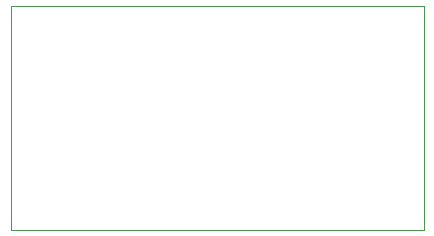
<source format=gm1>
%TF.GenerationSoftware,KiCad,Pcbnew,(5.1.6)-1*%
%TF.CreationDate,2020-09-24T16:39:52+02:00*%
%TF.ProjectId,rainbow-ledbar-CMS,7261696e-626f-4772-9d6c-65646261722d,rev?*%
%TF.SameCoordinates,Original*%
%TF.FileFunction,Profile,NP*%
%FSLAX46Y46*%
G04 Gerber Fmt 4.6, Leading zero omitted, Abs format (unit mm)*
G04 Created by KiCad (PCBNEW (5.1.6)-1) date 2020-09-24 16:39:52*
%MOMM*%
%LPD*%
G01*
G04 APERTURE LIST*
%TA.AperFunction,Profile*%
%ADD10C,0.050000*%
%TD*%
G04 APERTURE END LIST*
D10*
X140000000Y-91000000D02*
X140000000Y-72000000D01*
X175000000Y-91000000D02*
X140000000Y-91000000D01*
X175000000Y-72000000D02*
X175000000Y-91000000D01*
X140000000Y-72000000D02*
X175000000Y-72000000D01*
M02*

</source>
